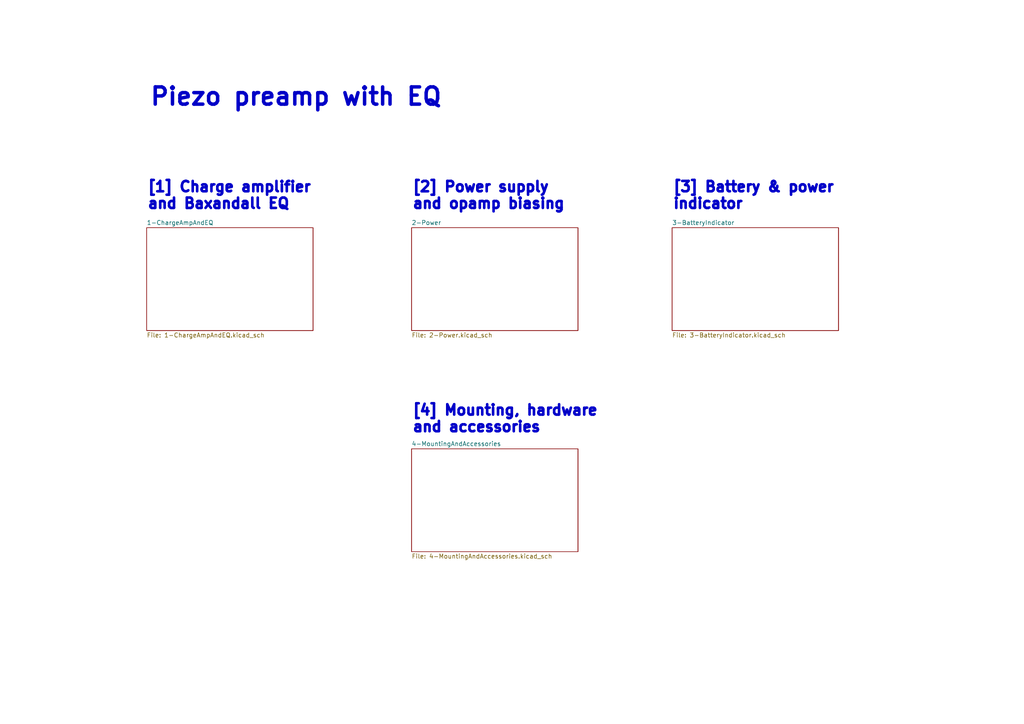
<source format=kicad_sch>
(kicad_sch (version 20230121) (generator eeschema)
  (paper "A4")
  (title_block (title "Piezo Preamp + EQ") (date "2024-02-08") (rev "3.0") (company "Arx") (comment 1 "v3.0: +ON/OFF sw w/ true bypass, +BI mode sw, + DC jack, external pots, -LED trimpot"))
  (lib_symbols)
  (text "[4] Mounting, hardware\nand accessories" (at 119.38 125.73 0) (effects (font (size 3 3) (thickness 1) bold) (justify left bottom)))
  (text "Piezo preamp with EQ" (at 43.18 31.115 0) (effects (font (size 5 5) (thickness 1) bold) (justify left bottom)))
  (text "[2] Power supply\nand opamp biasing" (at 119.38 60.96 0) (effects (font (size 3 3) (thickness 1) bold) (justify left bottom)))
  (text "[1] Charge amplifier \nand Baxandall EQ" (at 42.545 60.96 0) (effects (font (size 3 3) (thickness 1) bold) (justify left bottom)))
  (text "[3] Battery & power\nindicator\n" (at 194.945 60.96 0) (effects (font (size 3 3) (thickness 1) bold) (justify left bottom)))
  (sheet (at 42.545 66.04) (size 48.26 29.845) (stroke (width 0.1524))
    (property "Sheetname" "1-ChargeAmpAndEQ" (at 42.545 65.3284 0) (effects (justify left bottom)))
    (property "Sheetfile" "1-ChargeAmpAndEQ.kicad_sch" (at 42.545 96.4696 0) (effects (justify left top)))
  )
  (sheet (at 194.945 66.04) (size 48.26 29.845) (stroke (width 0.1524))
    (property "Sheetname" "3-BatteryIndicator" (at 194.945 65.3284 0) (effects (justify left bottom)))
    (property "Sheetfile" "3-BatteryIndicator.kicad_sch" (at 194.945 96.4696 0) (effects (justify left top)))
  )
  (sheet (at 119.38 66.04) (size 48.26 29.845) (stroke (width 0.1524))
    (property "Sheetname" "2-Power" (at 119.38 65.3284 0) (effects (justify left bottom)))
    (property "Sheetfile" "2-Power.kicad_sch" (at 119.38 96.4696 0) (effects (justify left top)))
  )
  (sheet (at 119.38 130.175) (size 48.26 29.845) (stroke (width 0.1524))
    (property "Sheetname" "4-MountingAndAccessories" (at 119.38 129.4634 0) (effects (justify left bottom)))
    (property "Sheetfile" "4-MountingAndAccessories.kicad_sch" (at 119.38 160.6046 0) (effects (justify left top)))
  )
)
</source>
